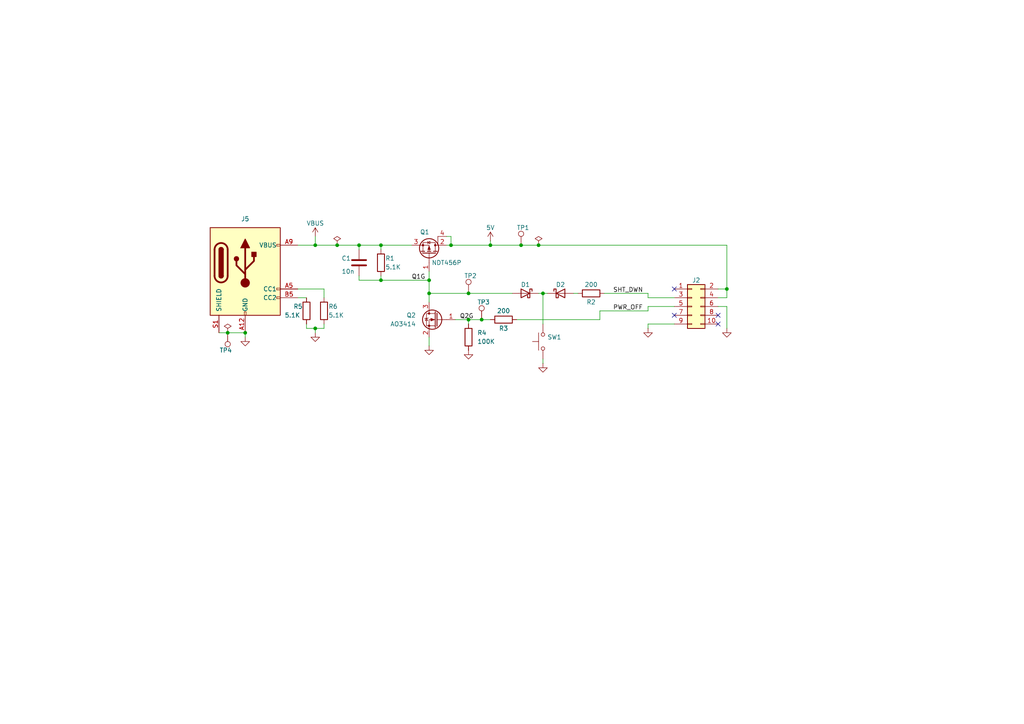
<source format=kicad_sch>
(kicad_sch (version 20250114) (generator "eeschema") (generator_version "9.0")
  (paper "A4")
  (lib_symbols
    (symbol "Connector:TestPoint" (pin_numbers (hide yes)) (pin_names (offset 0.762) (hide yes))
      (property "Reference" "TP" (at 0 6.858 0))
      (property "Value" "TestPoint" (at 0 5.08 0))
      (symbol "TestPoint_0_1"
        (circle (center 0 3.302) (radius 0.762))
      )
      (symbol "TestPoint_1_1"
        (pin passive line (at 0 0 90) (length 2.54) (name "1") (number "1"))
      )
    )
    (symbol "Connector:USB_C_Receptacle_PowerOnly_6P" (pin_names (offset 1.016))
      (property "Reference" "J" (at 0 16.51 0))
      (property "Value" "USB_C_Receptacle_PowerOnly_6P" (at 0 13.97 0))
      (symbol "USB_C_Receptacle_PowerOnly_6P_0_0"
        (rectangle (start -0.254 -12.7) (end 0.254 -11.684))
        (rectangle (start 10.16 7.874) (end 9.144 7.366))
        (rectangle (start 10.16 -4.826) (end 9.144 -5.334))
        (rectangle (start 10.16 -7.366) (end 9.144 -7.874))
      )
      (symbol "USB_C_Receptacle_PowerOnly_6P_0_1"
        (rectangle (start -10.16 12.7) (end 10.16 -12.7) (stroke (width 0.254)) (fill (type background)))
        (polyline (pts (xy -8.89 -1.27) (xy -8.89 6.35)) (stroke (width 0.508)))
        (rectangle (start -7.62 -1.27) (end -6.35 6.35) (stroke (width 0.254)) (fill (type outline)))
        (arc (start -7.62 6.35) (mid -6.985 6.9823) (end -6.35 6.35) (stroke (width 0.254)))
        (arc (start -7.62 6.35) (mid -6.985 6.9823) (end -6.35 6.35) (stroke (width 0.254)) (fill (type outline)))
        (arc (start -8.89 6.35) (mid -6.985 8.2467) (end -5.08 6.35) (stroke (width 0.508)))
        (arc (start -5.08 -1.27) (mid -6.985 -3.1667) (end -8.89 -1.27) (stroke (width 0.508)))
        (arc (start -6.35 -1.27) (mid -6.985 -1.9023) (end -7.62 -1.27) (stroke (width 0.254)))
        (arc (start -6.35 -1.27) (mid -6.985 -1.9023) (end -7.62 -1.27) (stroke (width 0.254)) (fill (type outline)))
        (polyline (pts (xy -5.08 6.35) (xy -5.08 -1.27)) (stroke (width 0.508)))
        (circle (center -2.54 3.683) (radius 0.635) (stroke (width 0.254)) (fill (type outline)))
        (polyline (pts (xy -1.27 6.858) (xy 0 9.398) (xy 1.27 6.858) (xy -1.27 6.858)) (stroke (width 0.254)) (fill (type outline)))
        (polyline (pts (xy 0 0.508) (xy 2.54 3.048) (xy 2.54 4.318)) (stroke (width 0.508)))
        (polyline (pts (xy 0 -0.762) (xy -2.54 1.778) (xy -2.54 3.048)) (stroke (width 0.508)))
        (polyline (pts (xy 0 -3.302) (xy 0 6.858)) (stroke (width 0.508)))
        (circle (center 0 -3.302) (radius 1.27) (fill (type outline)))
        (rectangle (start 1.905 4.318) (end 3.175 5.588) (stroke (width 0.254)) (fill (type outline)))
      )
      (symbol "USB_C_Receptacle_PowerOnly_6P_1_1"
        (pin passive line (at -7.62 -17.78 90) (length 5.08) (name "SHIELD") (number "S1"))
        (pin passive line (at 0 -17.78 90) (length 5.08) (name "GND") (number "A12"))
        (pin passive line (at 0 -17.78 90) (length 5.08) (hide yes) (name "GND") (number "B12"))
        (pin passive line (at 15.24 7.62 180) (length 5.08) (name "VBUS") (number "A9"))
        (pin passive line (at 15.24 7.62 180) (length 5.08) (hide yes) (name "VBUS") (number "B9"))
        (pin bidirectional line (at 15.24 -5.08 180) (length 5.08) (name "CC1") (number "A5"))
        (pin bidirectional line (at 15.24 -7.62 180) (length 5.08) (name "CC2") (number "B5"))
      )
    )
    (symbol "Connector_Generic:Conn_02x05_Odd_Even" (pin_names (offset 1.016) (hide yes))
      (property "Reference" "J" (at 1.27 7.62 0))
      (property "Value" "Conn_02x05_Odd_Even" (at 1.27 -7.62 0))
      (symbol "Conn_02x05_Odd_Even_1_1"
        (rectangle (start -1.27 6.35) (end 3.81 -6.35) (stroke (width 0.254)) (fill (type background)))
        (rectangle (start -1.27 5.207) (end 0 4.953) (stroke (width 0.1524)))
        (rectangle (start -1.27 2.667) (end 0 2.413) (stroke (width 0.1524)))
        (rectangle (start -1.27 0.127) (end 0 -0.127) (stroke (width 0.1524)))
        (rectangle (start -1.27 -2.413) (end 0 -2.667) (stroke (width 0.1524)))
        (rectangle (start -1.27 -4.953) (end 0 -5.207) (stroke (width 0.1524)))
        (rectangle (start 3.81 5.207) (end 2.54 4.953) (stroke (width 0.1524)))
        (rectangle (start 3.81 2.667) (end 2.54 2.413) (stroke (width 0.1524)))
        (rectangle (start 3.81 0.127) (end 2.54 -0.127) (stroke (width 0.1524)))
        (rectangle (start 3.81 -2.413) (end 2.54 -2.667) (stroke (width 0.1524)))
        (rectangle (start 3.81 -4.953) (end 2.54 -5.207) (stroke (width 0.1524)))
        (pin passive line (at -5.08 5.08 0) (length 3.81) (name "Pin_1") (number "1"))
        (pin passive line (at -5.08 2.54 0) (length 3.81) (name "Pin_3") (number "3"))
        (pin passive line (at -5.08 0 0) (length 3.81) (name "Pin_5") (number "5"))
        (pin passive line (at -5.08 -2.54 0) (length 3.81) (name "Pin_7") (number "7"))
        (pin passive line (at -5.08 -5.08 0) (length 3.81) (name "Pin_9") (number "9"))
        (pin passive line (at 7.62 5.08 180) (length 3.81) (name "Pin_2") (number "2"))
        (pin passive line (at 7.62 2.54 180) (length 3.81) (name "Pin_4") (number "4"))
        (pin passive line (at 7.62 0 180) (length 3.81) (name "Pin_6") (number "6"))
        (pin passive line (at 7.62 -2.54 180) (length 3.81) (name "Pin_8") (number "8"))
        (pin passive line (at 7.62 -5.08 180) (length 3.81) (name "Pin_10") (number "10"))
      )
    )
    (symbol "Device:C" (pin_numbers (hide yes)) (pin_names (offset 0.254))
      (property "Reference" "C" (at 0.635 2.54 0))
      (property "Value" "C" (at 0.635 -2.54 0))
      (symbol "C_0_1"
        (polyline (pts (xy -2.032 0.762) (xy 2.032 0.762)) (stroke (width 0.508)))
        (polyline (pts (xy -2.032 -0.762) (xy 2.032 -0.762)) (stroke (width 0.508)))
      )
      (symbol "C_1_1"
        (pin passive line (at 0 3.81 270) (length 2.794) (name "~") (number "1"))
        (pin passive line (at 0 -3.81 90) (length 2.794) (name "~") (number "2"))
      )
    )
    (symbol "Device:D_Schottky" (pin_numbers (hide yes)) (pin_names (offset 1.016) (hide yes))
      (property "Reference" "D" (at 0 2.54 0))
      (property "Value" "D_Schottky" (at 0 -2.54 0))
      (symbol "D_Schottky_0_1"
        (polyline (pts (xy -1.905 0.635) (xy -1.905 1.27) (xy -1.27 1.27) (xy -1.27 -1.27) (xy -0.635 -1.27) (xy -0.635 -0.635)) (stroke (width 0.254)))
        (polyline (pts (xy 1.27 1.27) (xy 1.27 -1.27) (xy -1.27 0) (xy 1.27 1.27)) (stroke (width 0.254)))
        (polyline (pts (xy 1.27 0) (xy -1.27 0)))
      )
      (symbol "D_Schottky_1_1"
        (pin passive line (at -3.81 0 0) (length 2.54) (name "K") (number "1"))
        (pin passive line (at 3.81 0 180) (length 2.54) (name "A") (number "2"))
      )
    )
    (symbol "Device:R" (pin_numbers (hide yes)) (pin_names (offset 0))
      (property "Reference" "R" (at 2.032 0 90))
      (property "Value" "R" (at 0 0 90))
      (symbol "R_0_1"
        (rectangle (start -1.016 -2.54) (end 1.016 2.54) (stroke (width 0.254)))
      )
      (symbol "R_1_1"
        (pin passive line (at 0 3.81 270) (length 1.27) (name "~") (number "1"))
        (pin passive line (at 0 -3.81 90) (length 1.27) (name "~") (number "2"))
      )
    )
    (symbol "Switch:SW_Push" (pin_numbers (hide yes)) (pin_names (offset 1.016) (hide yes))
      (property "Reference" "SW" (at 1.27 2.54 0))
      (property "Value" "SW_Push" (at 0 -1.524 0))
      (symbol "SW_Push_0_1"
        (circle (center -2.032 0) (radius 0.508))
        (polyline (pts (xy 0 1.27) (xy 0 3.048)))
        (circle (center 2.032 0) (radius 0.508))
        (polyline (pts (xy 2.54 1.27) (xy -2.54 1.27)))
        (pin passive line (at -5.08 0 0) (length 2.54) (name "1") (number "1"))
        (pin passive line (at 5.08 0 180) (length 2.54) (name "2") (number "2"))
      )
    )
    (symbol "Transistor_FET:Q_PMOS_GDSD" (pin_names (offset 0) (hide yes))
      (property "Reference" "Q" (at 5.08 1.905 0))
      (property "Value" "Q_PMOS_GDSD" (at 5.08 0 0))
      (symbol "Q_PMOS_GDSD_0_1"
        (polyline (pts (xy 0.254 1.905) (xy 0.254 -1.905)) (stroke (width 0.254)))
        (polyline (pts (xy 0.254 0) (xy -2.54 0)))
        (polyline (pts (xy 0.762 2.286) (xy 0.762 1.27)) (stroke (width 0.254)))
        (polyline (pts (xy 0.762 1.778) (xy 3.302 1.778) (xy 3.302 -1.778) (xy 0.762 -1.778)))
        (polyline (pts (xy 0.762 0.508) (xy 0.762 -0.508)) (stroke (width 0.254)))
        (polyline (pts (xy 0.762 -1.27) (xy 0.762 -2.286)) (stroke (width 0.254)))
        (circle (center 1.651 0) (radius 2.794) (stroke (width 0.254)))
        (polyline (pts (xy 2.286 0) (xy 1.27 0.381) (xy 1.27 -0.381) (xy 2.286 0)) (fill (type outline)))
        (circle (center 2.54 1.778) (radius 0.254) (fill (type outline)))
        (circle (center 2.54 -1.778) (radius 0.254) (fill (type outline)))
        (polyline (pts (xy 2.54 -2.54) (xy 2.54 0) (xy 0.762 0)))
        (polyline (pts (xy 2.921 -0.381) (xy 3.683 -0.381)))
        (polyline (pts (xy 3.302 -0.381) (xy 2.921 0.254) (xy 3.683 0.254) (xy 3.302 -0.381)))
        (polyline (pts (xy 5.08 2.54) (xy 2.54 2.54) (xy 2.54 1.778)))
      )
      (symbol "Q_PMOS_GDSD_1_1"
        (pin input line (at -5.08 0 0) (length 2.54) (name "G") (number "1"))
        (pin passive line (at 2.54 5.08 270) (length 2.54) (name "D") (number "2"))
        (pin passive line (at 2.54 -5.08 90) (length 2.54) (name "S") (number "3"))
        (pin passive line (at 5.08 5.08 270) (length 2.54) (name "D") (number "4"))
      )
    )
    (symbol "Transistor_FET_Other:Q_NMOS_Depletion_GSD" (pin_names (offset 0) (hide yes))
      (property "Reference" "Q" (at 5.08 1.905 0))
      (property "Value" "Q_NMOS_Depletion_GSD" (at 5.08 0 0))
      (symbol "Q_NMOS_Depletion_GSD_0_1"
        (polyline (pts (xy 0.254 1.905) (xy 0.254 -1.905)) (stroke (width 0.254)))
        (polyline (pts (xy 0.254 0) (xy -2.54 0)))
        (polyline (pts (xy 0.762 2.286) (xy 0.762 -2.286)) (stroke (width 0.254)))
        (polyline (pts (xy 0.762 -1.778) (xy 3.302 -1.778) (xy 3.302 1.778) (xy 0.762 1.778)))
        (polyline (pts (xy 1.016 0) (xy 2.032 0.381) (xy 2.032 -0.381) (xy 1.016 0)) (fill (type outline)))
        (circle (center 1.651 0) (radius 2.794) (stroke (width 0.254)))
        (polyline (pts (xy 2.54 2.54) (xy 2.54 1.778)))
        (circle (center 2.54 1.778) (radius 0.254) (fill (type outline)))
        (circle (center 2.54 -1.778) (radius 0.254) (fill (type outline)))
        (polyline (pts (xy 2.54 -2.54) (xy 2.54 0) (xy 0.762 0)))
        (polyline (pts (xy 2.794 0.508) (xy 2.921 0.381) (xy 3.683 0.381) (xy 3.81 0.254)))
        (polyline (pts (xy 3.302 0.381) (xy 2.921 -0.254) (xy 3.683 -0.254) (xy 3.302 0.381)))
      )
      (symbol "Q_NMOS_Depletion_GSD_1_1"
        (pin input line (at -5.08 0 0) (length 2.54) (name "G") (number "1"))
        (pin passive line (at 2.54 5.08 270) (length 2.54) (name "D") (number "3"))
        (pin passive line (at 2.54 -5.08 90) (length 2.54) (name "S") (number "2"))
      )
    )
    (symbol "power:+5V" (power) (pin_numbers (hide yes)) (pin_names (offset 0) (hide yes))
      (property "Value" "+5V" (at 0 3.556 0))
      (symbol "+5V_0_1"
        (polyline (pts (xy -0.762 1.27) (xy 0 2.54)))
        (polyline (pts (xy 0 2.54) (xy 0.762 1.27)))
        (polyline (pts (xy 0 0) (xy 0 2.54)))
      )
      (symbol "+5V_1_1"
        (pin power_in line (at 0 0 90) (length 0) (name "~") (number "1"))
      )
    )
    (symbol "power:GND" (power) (pin_numbers (hide yes)) (pin_names (offset 0) (hide yes))
      (property "Value" "GND" (at 0 -3.81 0))
      (symbol "GND_0_1"
        (polyline (pts (xy 0 0) (xy 0 -1.27) (xy 1.27 -1.27) (xy 0 -2.54) (xy -1.27 -1.27) (xy 0 -1.27)))
      )
      (symbol "GND_1_1"
        (pin power_in line (at 0 0 270) (length 0) (name "~") (number "1"))
      )
    )
    (symbol "power:PWR_FLAG" (power) (pin_numbers (hide yes)) (pin_names (offset 0) (hide yes))
      (property "Value" "PWR_FLAG" (at 0 3.81 0))
      (symbol "PWR_FLAG_0_0"
        (pin power_out line (at 0 0 90) (length 0) (name "~") (number "1"))
      )
      (symbol "PWR_FLAG_0_1"
        (polyline (pts (xy 0 0) (xy 0 1.27) (xy -1.016 1.905) (xy 0 2.54) (xy 1.016 1.905) (xy 0 1.27)))
      )
    )
  )
  (junction (at 104.14 71.12))
  (junction (at 91.44 71.12))
  (junction (at 97.79 71.12))
  (junction (at 156.21 71.12))
  (junction (at 135.89 85.09))
  (junction (at 142.24 71.12))
  (junction (at 130.81 71.12))
  (junction (at 66.04 96.52))
  (junction (at 157.48 85.09))
  (junction (at 91.44 95.25))
  (junction (at 124.46 85.09))
  (junction (at 139.7 92.71))
  (junction (at 71.12 96.52))
  (junction (at 151.13 71.12))
  (junction (at 135.89 92.71))
  (junction (at 110.49 71.12))
  (junction (at 210.82 83.82))
  (junction (at 110.49 81.28))
  (junction (at 124.46 81.28))
  (no_connect (at 208.28 93.98))
  (no_connect (at 195.58 91.44))
  (no_connect (at 195.58 83.82))
  (no_connect (at 208.28 91.44))
  (wire (pts (xy 104.14 71.12) (xy 104.14 72.39)))
  (wire (pts (xy 187.96 88.9) (xy 195.58 88.9)))
  (wire (pts (xy 110.49 71.12) (xy 110.49 72.39)))
  (wire (pts (xy 124.46 97.79) (xy 124.46 100.33)))
  (wire (pts (xy 167.64 85.09) (xy 166.37 85.09)))
  (wire (pts (xy 142.24 69.85) (xy 142.24 71.12)))
  (wire (pts (xy 124.46 85.09) (xy 124.46 87.63)))
  (wire (pts (xy 157.48 85.09) (xy 158.75 85.09)))
  (wire (pts (xy 124.46 85.09) (xy 135.89 85.09)))
  (wire (pts (xy 187.96 95.25) (xy 187.96 93.98)))
  (wire (pts (xy 187.96 86.36) (xy 187.96 85.09)))
  (wire (pts (xy 110.49 81.28) (xy 124.46 81.28)))
  (wire (pts (xy 132.08 92.71) (xy 135.89 92.71)))
  (wire (pts (xy 93.98 95.25) (xy 91.44 95.25)))
  (wire (pts (xy 71.12 96.52) (xy 71.12 97.79)))
  (wire (pts (xy 104.14 80.01) (xy 104.14 81.28)))
  (wire (pts (xy 104.14 71.12) (xy 110.49 71.12)))
  (wire (pts (xy 124.46 81.28) (xy 124.46 85.09)))
  (wire (pts (xy 135.89 85.09) (xy 148.59 85.09)))
  (wire (pts (xy 88.9 95.25) (xy 88.9 93.98)))
  (wire (pts (xy 63.5 96.52) (xy 66.04 96.52)))
  (wire (pts (xy 91.44 68.58) (xy 91.44 71.12)))
  (wire (pts (xy 93.98 86.36) (xy 93.98 83.82)))
  (wire (pts (xy 157.48 85.09) (xy 157.48 93.98)))
  (wire (pts (xy 187.96 90.17) (xy 173.99 90.17)))
  (wire (pts (xy 135.89 92.71) (xy 139.7 92.71)))
  (wire (pts (xy 187.96 93.98) (xy 195.58 93.98)))
  (wire (pts (xy 91.44 71.12) (xy 97.79 71.12)))
  (wire (pts (xy 187.96 90.17) (xy 187.96 88.9)))
  (wire (pts (xy 93.98 83.82) (xy 86.36 83.82)))
  (wire (pts (xy 210.82 88.9) (xy 208.28 88.9)))
  (wire (pts (xy 91.44 96.52) (xy 91.44 95.25)))
  (wire (pts (xy 129.54 71.12) (xy 130.81 71.12)))
  (wire (pts (xy 187.96 85.09) (xy 175.26 85.09)))
  (wire (pts (xy 110.49 71.12) (xy 119.38 71.12)))
  (wire (pts (xy 88.9 95.25) (xy 91.44 95.25)))
  (wire (pts (xy 157.48 104.14) (xy 157.48 105.41)))
  (wire (pts (xy 173.99 90.17) (xy 173.99 92.71)))
  (wire (pts (xy 135.89 92.71) (xy 135.89 93.98)))
  (wire (pts (xy 139.7 92.71) (xy 142.24 92.71)))
  (wire (pts (xy 187.96 86.36) (xy 195.58 86.36)))
  (wire (pts (xy 104.14 81.28) (xy 110.49 81.28)))
  (wire (pts (xy 210.82 71.12) (xy 210.82 83.82)))
  (wire (pts (xy 124.46 78.74) (xy 124.46 81.28)))
  (wire (pts (xy 149.86 92.71) (xy 173.99 92.71)))
  (wire (pts (xy 151.13 71.12) (xy 156.21 71.12)))
  (wire (pts (xy 208.28 86.36) (xy 210.82 86.36)))
  (wire (pts (xy 210.82 95.25) (xy 210.82 88.9)))
  (wire (pts (xy 156.21 85.09) (xy 157.48 85.09)))
  (wire (pts (xy 86.36 86.36) (xy 88.9 86.36)))
  (wire (pts (xy 110.49 80.01) (xy 110.49 81.28)))
  (wire (pts (xy 208.28 83.82) (xy 210.82 83.82)))
  (wire (pts (xy 97.79 71.12) (xy 104.14 71.12)))
  (wire (pts (xy 129.54 68.58) (xy 130.81 68.58)))
  (wire (pts (xy 130.81 68.58) (xy 130.81 71.12)))
  (wire (pts (xy 130.81 71.12) (xy 142.24 71.12)))
  (wire (pts (xy 86.36 71.12) (xy 91.44 71.12)))
  (wire (pts (xy 156.21 71.12) (xy 210.82 71.12)))
  (wire (pts (xy 210.82 86.36) (xy 210.82 83.82)))
  (wire (pts (xy 142.24 71.12) (xy 151.13 71.12)))
  (wire (pts (xy 93.98 95.25) (xy 93.98 93.98)))
  (wire (pts (xy 66.04 96.52) (xy 71.12 96.52)))
  (label "Q1G" (at 119.38 81.28 0))
  (label "PWR_OFF" (at 177.8 90.17 0))
  (label "Q2G" (at 133.35 92.71 0))
  (label "SHT_DWN" (at 177.8 85.09 0))
  (symbol (lib_id "Switch:SW_Push") (at 157.48 99.06 90) (unit 1)
    (property "Reference" "SW1" (at 158.75 97.7899 90) (effects (justify right)))
    (property "Value" "SW_Push" (effects (hide yes)))
    (property "Footprint" "Connector_PinHeader_2.54mm:PinHeader_1x02_P2.54mm_Vertical" (effects (hide yes)))
    (property "Description" "Push button switch, generic, two pins" (effects (hide yes)))
  )
  (symbol (lib_id "Connector:TestPoint") (at 135.89 85.09 0) (unit 1)
    (property "Reference" "TP2" (at 134.62 80.01 0) (effects (justify left)))
    (property "Value" "Q1G" (effects (hide yes)))
    (property "Footprint" "TestPoint:TestPoint_Pad_D1.0mm" (effects (hide yes)))
    (property "Description" "test point" (effects (hide yes)))
  )
  (symbol (lib_id "Connector:TestPoint") (at 66.04 96.52 180) (unit 1)
    (property "Reference" "TP4" (at 67.31 101.6 0) (effects (justify left)))
    (property "Value" "gnd" (effects (hide yes)))
    (property "Footprint" "TestPoint:TestPoint_Pad_D1.0mm" (effects (hide yes)))
    (property "Description" "test point" (effects (hide yes)))
  )
  (symbol (lib_id "Device:D_Schottky") (at 152.4 85.09 0) (mirror y) (unit 1)
    (property "Reference" "D1" (at 152.4 82.55 0))
    (property "Value" "D_Schottky" (effects (hide yes)))
    (property "Footprint" "Diode_SMD:D_1206_3216Metric" (effects (hide yes)))
    (property "Description" "Schottky diode" (effects (hide yes)))
  )
  (symbol (lib_id "power:PWR_FLAG") (at 97.79 71.12 0) (unit 1)
    (property "Reference" "#FLG01" (effects (hide yes)))
    (property "Value" "PWR_FLAG" (effects (hide yes)))
    (property "Description" "Special symbol for telling ERC where power comes from" (effects (hide yes)))
  )
  (symbol (lib_id "power:GND") (at 124.46 100.33 0) (unit 1)
    (property "Reference" "#PWR06" (effects (hide yes)))
    (property "Value" "GND" (effects (hide yes)))
    (property "Description" "Power symbol creates a global label with name \"GND\" , ground" (effects (hide yes)))
  )
  (symbol (lib_id "power:GND") (at 91.44 96.52 0) (unit 1)
    (property "Reference" "#PWR013" (effects (hide yes)))
    (property "Value" "GND" (effects (hide yes)))
    (property "Description" "Power symbol creates a global label with name \"GND\" , ground" (effects (hide yes)))
  )
  (symbol (lib_id "Device:C") (at 104.14 76.2 0) (unit 1)
    (property "Reference" "C1" (at 99.06 74.93 0) (effects (justify left)))
    (property "Value" "10n" (at 99.06 78.74 0) (effects (justify left)))
    (property "Footprint" "Capacitor_SMD:C_0805_2012Metric" (effects (hide yes)))
    (property "Description" "Unpolarized capacitor" (effects (hide yes)))
  )
  (symbol (lib_id "power:GND") (at 71.12 97.79 0) (unit 1)
    (property "Reference" "#PWR03" (effects (hide yes)))
    (property "Value" "GND" (effects (hide yes)))
    (property "Description" "Power symbol creates a global label with name \"GND\" , ground" (effects (hide yes)))
  )
  (symbol (lib_id "power:+5V") (at 91.44 68.58 0) (unit 1)
    (property "Reference" "#PWR01" (effects (hide yes)))
    (property "Value" "VBUS" (at 91.44 64.77 0))
    (property "Description" "Power symbol creates a global label with name \"+5V\"" (effects (hide yes)))
  )
  (symbol (lib_id "power:PWR_FLAG") (at 66.04 96.52 0) (unit 1)
    (property "Reference" "#FLG03" (effects (hide yes)))
    (property "Value" "PWR_FLAG" (effects (hide yes)))
    (property "Description" "Special symbol for telling ERC where power comes from" (effects (hide yes)))
  )
  (symbol (lib_id "Device:R") (at 88.9 90.17 0) (unit 1)
    (property "Reference" "R5" (at 85.09 88.9 0) (effects (justify left)))
    (property "Value" "5.1K" (at 82.55 91.44 0) (effects (justify left)))
    (property "Footprint" "Resistor_SMD:R_0805_2012Metric" (effects (hide yes)))
    (property "Description" "Resistor" (effects (hide yes)))
  )
  (symbol (lib_id "Transistor_FET:Q_PMOS_GDSD") (at 124.46 73.66 270) (mirror x) (unit 1)
    (property "Reference" "Q1" (at 123.19 67.31 90))
    (property "Value" "NDT456P" (at 129.54 76.2 90))
    (property "Footprint" "Package_TO_SOT_SMD:SOT-223" (effects (hide yes)))
    (property "Description" "P-MOSFET transistor, gate/drain/source, drain connected to mounting plane" (effects (hide yes)))
    (property "Sim.Device" "PMOS" (effects (hide yes)))
    (property "Sim.Type" "VDMOS" (effects (hide yes)))
    (property "Sim.Pins" "1=D 2=G 3=S" (effects (hide yes)))
  )
  (symbol (lib_id "Device:R") (at 110.49 76.2 0) (unit 1)
    (property "Reference" "R1" (at 111.76 74.93 0) (effects (justify left)))
    (property "Value" "5.1K" (at 111.76 77.47 0) (effects (justify left)))
    (property "Footprint" "Resistor_SMD:R_0805_2012Metric" (effects (hide yes)))
    (property "Description" "Resistor" (effects (hide yes)))
  )
  (symbol (lib_id "Transistor_FET_Other:Q_NMOS_Depletion_GSD") (at 127 92.71 0) (mirror y) (unit 1)
    (property "Reference" "Q2" (at 120.65 91.44 0) (effects (justify left)))
    (property "Value" "AO3414" (at 120.65 93.9799 0) (effects (justify left)))
    (property "Footprint" "Package_TO_SOT_SMD:SOT-23" (effects (hide yes)))
    (property "Description" "Depletion-mode N-channel MOSFET gate/source/drain" (effects (hide yes)))
    (property "Sim.Device" "NMOS" (effects (hide yes)))
    (property "Sim.Type" "VDMOS" (effects (hide yes)))
    (property "Sim.Pins" "1=D 2=G 3=S" (effects (hide yes)))
  )
  (symbol (lib_id "Connector_Generic:Conn_02x05_Odd_Even") (at 200.66 88.9 0) (unit 1)
    (property "Reference" "J2" (at 201.93 81.28 0))
    (property "Value" "Conn_02x03_Counter_Clockwise" (effects (hide yes)))
    (property "Footprint" "Connector_PinSocket_2.54mm:PinSocket_2x05_P2.54mm_Vertical" (effects (hide yes)))
    (property "Description" "Generic connector, double row, 02x05, odd/even pin numbering scheme (row 1 odd numbers, row 2 even numbers), script generated (kicad-library-utils/schlib/autogen/connector/)" (effects (hide yes)))
  )
  (symbol (lib_id "power:PWR_FLAG") (at 156.21 71.12 0) (unit 1)
    (property "Reference" "#FLG02" (effects (hide yes)))
    (property "Value" "PWR_FLAG" (effects (hide yes)))
    (property "Description" "Special symbol for telling ERC where power comes from" (effects (hide yes)))
  )
  (symbol (lib_id "Device:D_Schottky") (at 162.56 85.09 0) (unit 1)
    (property "Reference" "D2" (at 162.56 82.55 0))
    (property "Value" "D_Schottky" (effects (hide yes)))
    (property "Footprint" "Diode_SMD:D_1206_3216Metric" (effects (hide yes)))
    (property "Description" "Schottky diode" (effects (hide yes)))
  )
  (symbol (lib_id "power:GND") (at 135.89 101.6 0) (unit 1)
    (property "Reference" "#PWR07" (effects (hide yes)))
    (property "Value" "GND" (effects (hide yes)))
    (property "Description" "Power symbol creates a global label with name \"GND\" , ground" (effects (hide yes)))
  )
  (symbol (lib_id "power:GND") (at 210.82 95.25 0) (unit 1)
    (property "Reference" "#PWR04" (effects (hide yes)))
    (property "Value" "GND" (effects (hide yes)))
    (property "Description" "Power symbol creates a global label with name \"GND\" , ground" (effects (hide yes)))
  )
  (symbol (lib_id "Device:R") (at 146.05 92.71 90) (unit 1)
    (property "Reference" "R3" (at 146.05 95.25 90))
    (property "Value" "200" (at 146.05 90.17 90))
    (property "Footprint" "Resistor_SMD:R_0805_2012Metric" (effects (hide yes)))
    (property "Description" "Resistor" (effects (hide yes)))
  )
  (symbol (lib_id "Connector:TestPoint") (at 139.7 92.71 0) (unit 1)
    (property "Reference" "TP3" (at 138.43 87.63 0) (effects (justify left)))
    (property "Value" "Q2G" (effects (hide yes)))
    (property "Footprint" "TestPoint:TestPoint_Pad_D1.0mm" (effects (hide yes)))
    (property "Description" "test point" (effects (hide yes)))
  )
  (symbol (lib_id "Connector:TestPoint") (at 151.13 71.12 0) (unit 1)
    (property "Reference" "TP1" (at 149.86 66.04 0) (effects (justify left)))
    (property "Value" "5V" (effects (hide yes)))
    (property "Footprint" "TestPoint:TestPoint_Pad_D1.0mm" (effects (hide yes)))
    (property "Description" "test point" (effects (hide yes)))
  )
  (symbol (lib_id "power:GND") (at 187.96 95.25 0) (unit 1)
    (property "Reference" "#PWR05" (effects (hide yes)))
    (property "Value" "GND" (effects (hide yes)))
    (property "Description" "Power symbol creates a global label with name \"GND\" , ground" (effects (hide yes)))
  )
  (symbol (lib_id "Connector:USB_C_Receptacle_PowerOnly_6P") (at 71.12 78.74 0) (unit 1)
    (property "Reference" "J5" (at 71.12 63.5 0))
    (property "Value" "USB_C_Receptacle_PowerOnly_6P" (effects (hide yes)))
    (property "Footprint" "Connector_USB:USB_C_Receptacle_GCT_USB4125-xx-x-0190_6P_TopMnt_Horizontal" (effects (hide yes)))
    (property "Datasheet" "https://www.usb.org/sites/default/files/documents/usb_type-c.zip" (effects (hide yes)))
    (property "Description" "USB Power-Only 6P Type-C Receptacle connector" (effects (hide yes)))
  )
  (symbol (lib_id "power:+5V") (at 142.24 69.85 0) (unit 1)
    (property "Reference" "#PWR02" (effects (hide yes)))
    (property "Value" "5V" (at 142.24 66.04 0))
    (property "Description" "Power symbol creates a global label with name \"+5V\"" (effects (hide yes)))
  )
  (symbol (lib_id "power:GND") (at 157.48 105.41 0) (unit 1)
    (property "Reference" "#PWR08" (effects (hide yes)))
    (property "Value" "GND" (effects (hide yes)))
    (property "Description" "Power symbol creates a global label with name \"GND\" , ground" (effects (hide yes)))
  )
  (symbol (lib_id "Device:R") (at 93.98 90.17 0) (unit 1)
    (property "Reference" "R6" (at 95.25 88.9 0) (effects (justify left)))
    (property "Value" "5.1K" (at 95.25 91.44 0) (effects (justify left)))
    (property "Footprint" "Resistor_SMD:R_0805_2012Metric" (effects (hide yes)))
    (property "Description" "Resistor" (effects (hide yes)))
  )
  (symbol (lib_id "Device:R") (at 135.89 97.79 0) (unit 1)
    (property "Reference" "R4" (at 138.43 96.5199 0) (effects (justify left)))
    (property "Value" "100K" (at 138.43 99.0599 0) (effects (justify left)))
    (property "Footprint" "Resistor_SMD:R_0805_2012Metric" (effects (hide yes)))
    (property "Description" "Resistor" (effects (hide yes)))
  )
  (symbol (lib_id "Device:R") (at 171.45 85.09 90) (unit 1)
    (property "Reference" "R2" (at 171.45 87.63 90))
    (property "Value" "200" (at 171.45 82.55 90))
    (property "Footprint" "Resistor_SMD:R_0805_2012Metric" (effects (hide yes)))
    (property "Description" "Resistor" (effects (hide yes)))
  )
)
</source>
